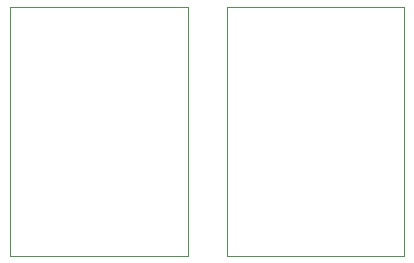
<source format=gbr>
G04 #@! TF.GenerationSoftware,KiCad,Pcbnew,6.0.8-f2edbf62ab~116~ubuntu20.04.1*
G04 #@! TF.CreationDate,2022-11-03T13:34:09-03:00*
G04 #@! TF.ProjectId,sensor_gnuiiium_lateral,73656e73-6f72-45f6-976e-75696969756d,rev?*
G04 #@! TF.SameCoordinates,Original*
G04 #@! TF.FileFunction,Profile,NP*
%FSLAX46Y46*%
G04 Gerber Fmt 4.6, Leading zero omitted, Abs format (unit mm)*
G04 Created by KiCad (PCBNEW 6.0.8-f2edbf62ab~116~ubuntu20.04.1) date 2022-11-03 13:34:09*
%MOMM*%
%LPD*%
G01*
G04 APERTURE LIST*
G04 #@! TA.AperFunction,Profile*
%ADD10C,0.100000*%
G04 #@! TD*
G04 APERTURE END LIST*
D10*
X175131000Y-90788400D02*
X160136000Y-90788400D01*
X160136000Y-90788400D02*
X160136000Y-69693400D01*
X160136000Y-69693400D02*
X175131000Y-69693400D01*
X175131000Y-69693400D02*
X175131000Y-90788400D01*
X141835000Y-69710000D02*
X156830000Y-69710000D01*
X156830000Y-69710000D02*
X156830000Y-90805000D01*
X156830000Y-90805000D02*
X141835000Y-90805000D01*
X141835000Y-90805000D02*
X141835000Y-69710000D01*
M02*

</source>
